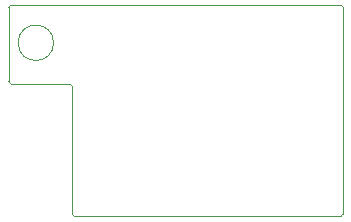
<source format=gm1>
%TF.GenerationSoftware,KiCad,Pcbnew,(5.1.7)-1*%
%TF.CreationDate,2021-01-13T16:49:12-03:00*%
%TF.ProjectId,Raspberry Pi Hat,52617370-6265-4727-9279-205069204861,-*%
%TF.SameCoordinates,Original*%
%TF.FileFunction,Profile,NP*%
%FSLAX46Y46*%
G04 Gerber Fmt 4.6, Leading zero omitted, Abs format (unit mm)*
G04 Created by KiCad (PCBNEW (5.1.7)-1) date 2021-01-13 16:49:12*
%MOMM*%
%LPD*%
G01*
G04 APERTURE LIST*
%TA.AperFunction,Profile*%
%ADD10C,0.050000*%
%TD*%
G04 APERTURE END LIST*
D10*
X103200000Y-89800000D02*
X103200000Y-79000000D01*
X125900000Y-90000000D02*
X103400000Y-90000000D01*
X126100000Y-72300000D02*
X126100000Y-89800000D01*
X98000000Y-72100000D02*
X125900000Y-72100000D01*
X97800000Y-78600000D02*
X97800000Y-72300000D01*
X98000000Y-78800000D02*
X103000000Y-78800000D01*
X125900000Y-72100000D02*
G75*
G02*
X126100000Y-72300000I0J-200000D01*
G01*
X126100000Y-89800000D02*
G75*
G02*
X125900000Y-90000000I-200000J0D01*
G01*
X103400000Y-90000000D02*
G75*
G02*
X103200000Y-89800000I0J200000D01*
G01*
X103000000Y-78800000D02*
G75*
G02*
X103200000Y-79000000I0J-200000D01*
G01*
X98000000Y-78800000D02*
G75*
G02*
X97800000Y-78600000I0J200000D01*
G01*
X97800000Y-72300000D02*
G75*
G02*
X98000000Y-72100000I200000J0D01*
G01*
X101600000Y-75300000D02*
G75*
G03*
X101600000Y-75300000I-1500000J0D01*
G01*
M02*

</source>
